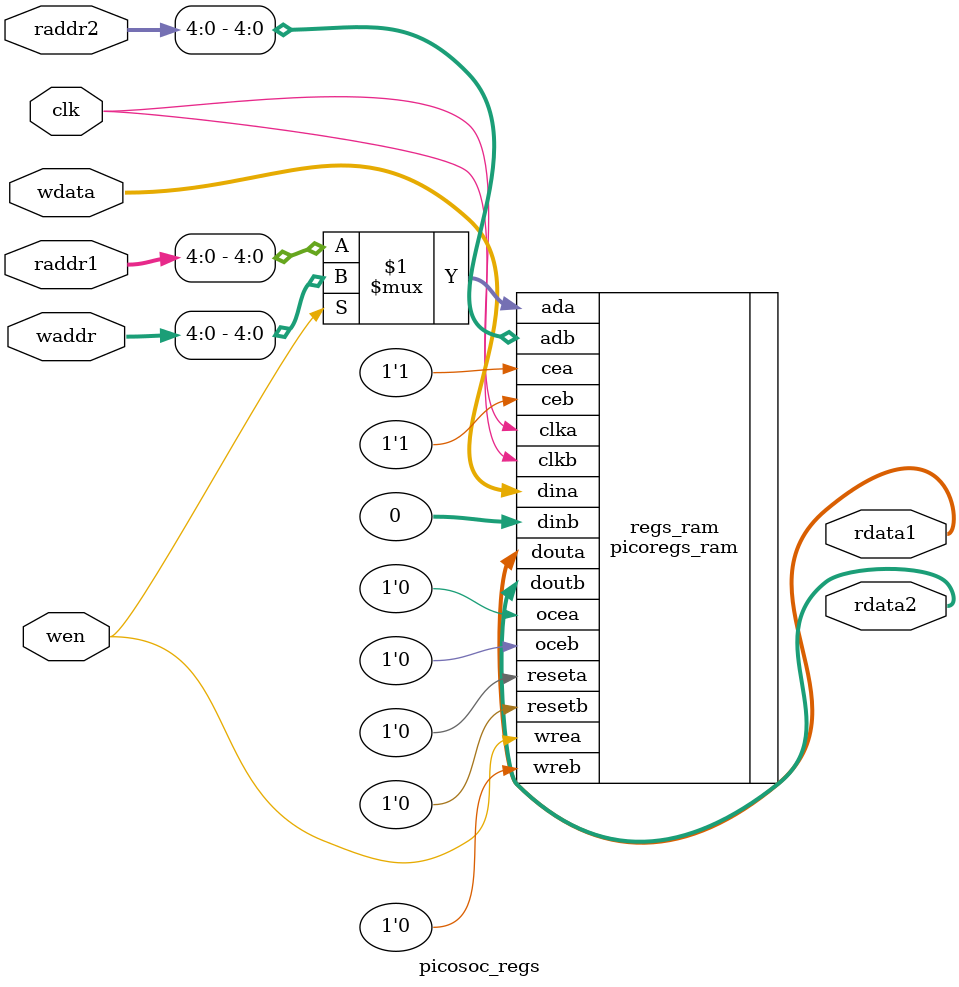
<source format=v>
module picosoc_regs (
	input clk, wen,
	input [5:0] waddr,
	input [5:0] raddr1,
	input [5:0] raddr2,
	input [31:0] wdata,
	output [31:0] rdata1,
	output [31:0] rdata2
);
    picoregs_ram regs_ram(
        .clka(clk), //input clka
        .ada(wen ? waddr[4:0]: raddr1[4:0]), //input [4:0] ada
        .douta(rdata1), //output [31:0] douta
        .dina(wdata), //input [31:0] dina
        .wrea(wen), //input wrea
        .cea(1'b1), //input cea
        .ocea(1'b0), //input ocea
        .reseta(1'b0), //input reseta

        .clkb(clk), //input clkb
        .adb(raddr2[4:0]), //input [4:0] adb
        .doutb(rdata2), //output [31:0] doutb
        .dinb(32'h0), //input [31:0] dinb
        .wreb(1'b0), //input wreb
        .ceb(1'b1), //input ceb
        .oceb(1'b0), //input oceb
        .resetb(1'b0) //input resetb
    );
endmodule
</source>
